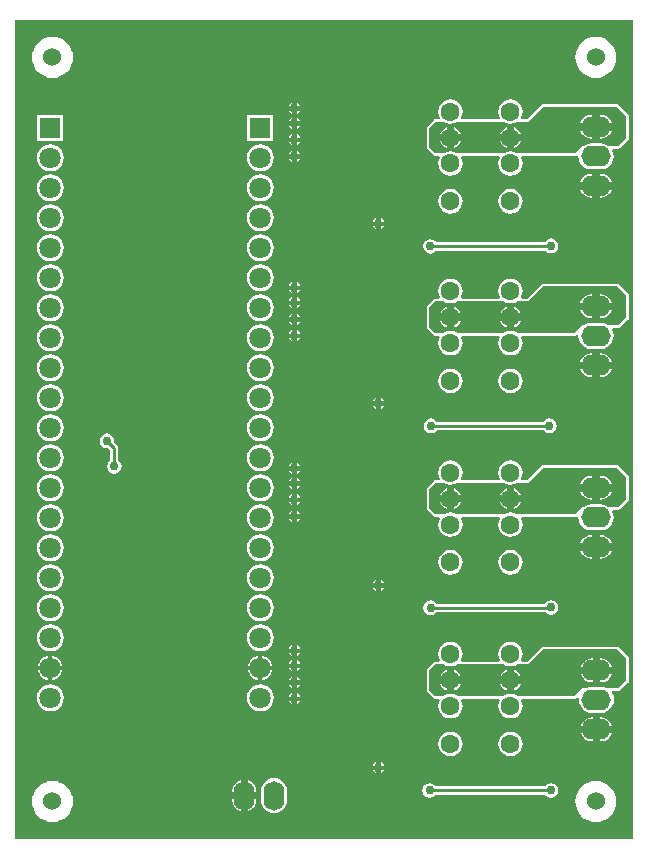
<source format=gbl>
G04*
G04 #@! TF.GenerationSoftware,Altium Limited,Altium Designer,20.2.6 (244)*
G04*
G04 Layer_Physical_Order=2*
G04 Layer_Color=16711680*
%FSLAX25Y25*%
%MOIN*%
G70*
G04*
G04 #@! TF.SameCoordinates,9E550E5B-D3D8-464A-AF3F-8E1B55BAFF32*
G04*
G04*
G04 #@! TF.FilePolarity,Positive*
G04*
G01*
G75*
%ADD13C,0.01000*%
%ADD33C,0.00900*%
%ADD34C,0.06000*%
%ADD35C,0.07087*%
%ADD36R,0.07087X0.07087*%
%ADD37C,0.06299*%
%ADD38O,0.09843X0.06890*%
%ADD39O,0.06890X0.09843*%
%ADD40C,0.03000*%
G36*
X207234Y1427D02*
X1427D01*
Y274163D01*
X207234D01*
Y1427D01*
D02*
G37*
%LPC*%
G36*
X13779Y268651D02*
X12445Y268519D01*
X11162Y268130D01*
X9980Y267498D01*
X8944Y266648D01*
X8093Y265611D01*
X7461Y264429D01*
X7072Y263146D01*
X6941Y261812D01*
X7072Y260478D01*
X7461Y259195D01*
X8093Y258013D01*
X8944Y256977D01*
X9980Y256126D01*
X11162Y255494D01*
X12445Y255105D01*
X13779Y254974D01*
X15113Y255105D01*
X16396Y255494D01*
X17578Y256126D01*
X18615Y256977D01*
X19465Y258013D01*
X20097Y259195D01*
X20486Y260478D01*
X20618Y261812D01*
X20486Y263146D01*
X20097Y264429D01*
X19465Y265611D01*
X18615Y266648D01*
X17578Y267498D01*
X16396Y268130D01*
X15113Y268519D01*
X13779Y268651D01*
D02*
G37*
G36*
X194882Y268650D02*
X193548Y268518D01*
X192265Y268129D01*
X191083Y267497D01*
X190046Y266647D01*
X189196Y265610D01*
X188564Y264428D01*
X188175Y263145D01*
X188043Y261811D01*
X188175Y260477D01*
X188564Y259194D01*
X189196Y258012D01*
X190046Y256976D01*
X191083Y256125D01*
X192265Y255493D01*
X193548Y255104D01*
X194882Y254973D01*
X196216Y255104D01*
X197499Y255493D01*
X198681Y256125D01*
X199717Y256976D01*
X200568Y258012D01*
X201200Y259194D01*
X201589Y260477D01*
X201720Y261811D01*
X201589Y263145D01*
X201200Y264428D01*
X200568Y265610D01*
X199717Y266647D01*
X198681Y267497D01*
X197499Y268129D01*
X196216Y268518D01*
X194882Y268650D01*
D02*
G37*
G36*
X95191Y246732D02*
Y245592D01*
X96331D01*
X96325Y245623D01*
X95883Y246284D01*
X95221Y246726D01*
X95191Y246732D01*
D02*
G37*
G36*
X93691D02*
X93661Y246726D01*
X92999Y246284D01*
X92557Y245623D01*
X92551Y245592D01*
X93691D01*
Y246732D01*
D02*
G37*
G36*
X96331Y244092D02*
X95191D01*
Y242952D01*
X95221Y242959D01*
X95883Y243401D01*
X96325Y244062D01*
X96331Y244092D01*
D02*
G37*
G36*
X93691D02*
X92551D01*
X92557Y244062D01*
X92999Y243401D01*
X93661Y242959D01*
X93691Y242952D01*
Y244092D01*
D02*
G37*
G36*
X166441Y247848D02*
X165384Y247709D01*
X164399Y247301D01*
X163553Y246652D01*
X162904Y245806D01*
X162496Y244821D01*
X162356Y243764D01*
X162496Y242707D01*
X162888Y241760D01*
X162760Y241397D01*
X162692Y241260D01*
X150189D01*
X150122Y241397D01*
X149994Y241760D01*
X150386Y242707D01*
X150525Y243764D01*
X150386Y244821D01*
X149978Y245806D01*
X149329Y246652D01*
X148483Y247301D01*
X147498Y247709D01*
X146441Y247848D01*
X145384Y247709D01*
X144399Y247301D01*
X143553Y246652D01*
X142904Y245806D01*
X142496Y244821D01*
X142356Y243764D01*
X142496Y242707D01*
X142888Y241760D01*
X142760Y241397D01*
X142692Y241260D01*
X141441D01*
X141090Y241190D01*
X140792Y240991D01*
X138792Y238991D01*
X138593Y238694D01*
X138523Y238342D01*
X138523Y231842D01*
X138593Y231491D01*
X138792Y231194D01*
X140792Y229194D01*
X141090Y228995D01*
X141441Y228925D01*
X142686D01*
X142712Y228872D01*
X142879Y228425D01*
X142496Y227498D01*
X142356Y226441D01*
X142496Y225384D01*
X142904Y224399D01*
X143553Y223553D01*
X144399Y222904D01*
X145384Y222496D01*
X146441Y222356D01*
X147498Y222496D01*
X148483Y222904D01*
X149329Y223553D01*
X149978Y224399D01*
X150386Y225384D01*
X150525Y226441D01*
X150386Y227498D01*
X150002Y228425D01*
X150170Y228872D01*
X150196Y228925D01*
X162686D01*
X162712Y228872D01*
X162880Y228425D01*
X162496Y227498D01*
X162356Y226441D01*
X162496Y225384D01*
X162904Y224399D01*
X163553Y223553D01*
X164399Y222904D01*
X165384Y222496D01*
X166441Y222356D01*
X167498Y222496D01*
X168483Y222904D01*
X169329Y223553D01*
X169978Y224399D01*
X170386Y225384D01*
X170526Y226441D01*
X170386Y227498D01*
X170002Y228425D01*
X170170Y228872D01*
X170196Y228925D01*
X187941D01*
X188292Y228995D01*
X188590Y229194D01*
X188660Y229264D01*
X189109Y229043D01*
X189082Y228842D01*
X189232Y227708D01*
X189669Y226651D01*
X190366Y225744D01*
X191273Y225047D01*
X192330Y224609D01*
X193465Y224460D01*
X196417D01*
X197552Y224609D01*
X198609Y225047D01*
X199516Y225744D01*
X200213Y226651D01*
X200650Y227708D01*
X200800Y228842D01*
X200650Y229977D01*
X200258Y230925D01*
X200475Y231425D01*
X202441D01*
X202792Y231495D01*
X203090Y231694D01*
X205590Y234194D01*
X205789Y234491D01*
X205859Y234842D01*
X205859Y242342D01*
X205789Y242694D01*
X205590Y242991D01*
X202590Y245991D01*
X202292Y246190D01*
X201941Y246260D01*
X177441D01*
X177090Y246190D01*
X176792Y245991D01*
X172061Y241260D01*
X170189D01*
X170122Y241397D01*
X169994Y241760D01*
X170386Y242707D01*
X170526Y243764D01*
X170386Y244821D01*
X169978Y245806D01*
X169329Y246652D01*
X168483Y247301D01*
X167498Y247709D01*
X166441Y247848D01*
D02*
G37*
G36*
X95191Y241733D02*
Y240593D01*
X96331D01*
X96325Y240623D01*
X95883Y241284D01*
X95221Y241726D01*
X95191Y241733D01*
D02*
G37*
G36*
X93691D02*
X93661Y241726D01*
X92999Y241284D01*
X92557Y240623D01*
X92551Y240593D01*
X93691D01*
Y241733D01*
D02*
G37*
G36*
X96331Y239092D02*
X95191D01*
Y237952D01*
X95221Y237959D01*
X95883Y238401D01*
X96325Y239062D01*
X96331Y239092D01*
D02*
G37*
G36*
X93691D02*
X92551D01*
X92557Y239062D01*
X92999Y238401D01*
X93661Y237959D01*
X93691Y237952D01*
Y239092D01*
D02*
G37*
G36*
X95191Y236232D02*
Y235092D01*
X96331D01*
X96325Y235123D01*
X95883Y235784D01*
X95221Y236227D01*
X95191Y236232D01*
D02*
G37*
G36*
X93691D02*
X93661Y236227D01*
X92999Y235784D01*
X92557Y235123D01*
X92551Y235092D01*
X93691D01*
Y236232D01*
D02*
G37*
G36*
X87439Y242739D02*
X78553D01*
Y233852D01*
X87439D01*
Y242739D01*
D02*
G37*
G36*
X17439D02*
X8553D01*
Y233852D01*
X17439D01*
Y242739D01*
D02*
G37*
G36*
X96331Y233593D02*
X95191D01*
Y232453D01*
X95221Y232459D01*
X95883Y232901D01*
X96325Y233562D01*
X96331Y233593D01*
D02*
G37*
G36*
X93691D02*
X92551D01*
X92557Y233562D01*
X92999Y232901D01*
X93661Y232459D01*
X93691Y232453D01*
Y233593D01*
D02*
G37*
G36*
X95191Y230732D02*
Y229592D01*
X96331D01*
X96325Y229623D01*
X95883Y230284D01*
X95221Y230727D01*
X95191Y230732D01*
D02*
G37*
G36*
X93691D02*
X93661Y230727D01*
X92999Y230284D01*
X92557Y229623D01*
X92551Y229592D01*
X93691D01*
Y230732D01*
D02*
G37*
G36*
X96331Y228093D02*
X95191D01*
Y226953D01*
X95221Y226959D01*
X95883Y227401D01*
X96325Y228062D01*
X96331Y228093D01*
D02*
G37*
G36*
X93691D02*
X92551D01*
X92557Y228062D01*
X92999Y227401D01*
X93661Y226959D01*
X93691Y226953D01*
Y228093D01*
D02*
G37*
G36*
X82996Y232777D02*
X81836Y232624D01*
X80755Y232176D01*
X79827Y231464D01*
X79115Y230536D01*
X78667Y229455D01*
X78514Y228295D01*
X78667Y227135D01*
X79115Y226055D01*
X79827Y225126D01*
X80755Y224414D01*
X81836Y223966D01*
X82996Y223814D01*
X84156Y223966D01*
X85237Y224414D01*
X86165Y225126D01*
X86877Y226055D01*
X87325Y227135D01*
X87478Y228295D01*
X87325Y229455D01*
X86877Y230536D01*
X86165Y231464D01*
X85237Y232176D01*
X84156Y232624D01*
X82996Y232777D01*
D02*
G37*
G36*
X12996D02*
X11836Y232624D01*
X10755Y232176D01*
X9827Y231464D01*
X9115Y230536D01*
X8667Y229455D01*
X8514Y228295D01*
X8667Y227135D01*
X9115Y226055D01*
X9827Y225126D01*
X10755Y224414D01*
X11836Y223966D01*
X12996Y223814D01*
X14156Y223966D01*
X15237Y224414D01*
X16165Y225126D01*
X16877Y226055D01*
X17325Y227135D01*
X17478Y228295D01*
X17325Y229455D01*
X16877Y230536D01*
X16165Y231464D01*
X15237Y232176D01*
X14156Y232624D01*
X12996Y232777D01*
D02*
G37*
G36*
X196417Y222979D02*
X196191D01*
Y220250D01*
X200169D01*
X199863Y220989D01*
X199231Y221814D01*
X198407Y222446D01*
X197447Y222843D01*
X196417Y222979D01*
D02*
G37*
G36*
X193691D02*
X193465D01*
X192435Y222843D01*
X191475Y222446D01*
X190651Y221814D01*
X190019Y220989D01*
X189712Y220250D01*
X193691D01*
Y222979D01*
D02*
G37*
G36*
X200169Y217750D02*
X196191D01*
Y215021D01*
X196417D01*
X197447Y215157D01*
X198407Y215554D01*
X199231Y216186D01*
X199863Y217010D01*
X200169Y217750D01*
D02*
G37*
G36*
X193691D02*
X189712D01*
X190019Y217010D01*
X190651Y216186D01*
X191475Y215554D01*
X192435Y215157D01*
X193465Y215021D01*
X193691D01*
Y217750D01*
D02*
G37*
G36*
X82996Y222777D02*
X81836Y222624D01*
X80755Y222177D01*
X79827Y221464D01*
X79115Y220536D01*
X78667Y219455D01*
X78514Y218295D01*
X78667Y217135D01*
X79115Y216055D01*
X79827Y215126D01*
X80755Y214414D01*
X81836Y213966D01*
X82996Y213814D01*
X84156Y213966D01*
X85237Y214414D01*
X86165Y215126D01*
X86877Y216055D01*
X87325Y217135D01*
X87478Y218295D01*
X87325Y219455D01*
X86877Y220536D01*
X86165Y221464D01*
X85237Y222177D01*
X84156Y222624D01*
X82996Y222777D01*
D02*
G37*
G36*
X12996D02*
X11836Y222624D01*
X10755Y222177D01*
X9827Y221464D01*
X9115Y220536D01*
X8667Y219455D01*
X8514Y218295D01*
X8667Y217135D01*
X9115Y216055D01*
X9827Y215126D01*
X10755Y214414D01*
X11836Y213966D01*
X12996Y213814D01*
X14156Y213966D01*
X15237Y214414D01*
X16165Y215126D01*
X16877Y216055D01*
X17325Y217135D01*
X17478Y218295D01*
X17325Y219455D01*
X16877Y220536D01*
X16165Y221464D01*
X15237Y222177D01*
X14156Y222624D01*
X12996Y222777D01*
D02*
G37*
G36*
X166441Y217927D02*
X165384Y217788D01*
X164399Y217380D01*
X163553Y216731D01*
X162904Y215885D01*
X162496Y214900D01*
X162356Y213843D01*
X162496Y212785D01*
X162904Y211800D01*
X163553Y210954D01*
X164399Y210305D01*
X165384Y209897D01*
X166441Y209758D01*
X167498Y209897D01*
X168483Y210305D01*
X169329Y210954D01*
X169978Y211800D01*
X170386Y212785D01*
X170526Y213843D01*
X170386Y214900D01*
X169978Y215885D01*
X169329Y216731D01*
X168483Y217380D01*
X167498Y217788D01*
X166441Y217927D01*
D02*
G37*
G36*
X146441D02*
X145384Y217788D01*
X144399Y217380D01*
X143553Y216731D01*
X142904Y215885D01*
X142496Y214900D01*
X142356Y213843D01*
X142496Y212785D01*
X142904Y211800D01*
X143553Y210954D01*
X144399Y210305D01*
X145384Y209897D01*
X146441Y209758D01*
X147498Y209897D01*
X148483Y210305D01*
X149329Y210954D01*
X149978Y211800D01*
X150386Y212785D01*
X150525Y213843D01*
X150386Y214900D01*
X149978Y215885D01*
X149329Y216731D01*
X148483Y217380D01*
X147498Y217788D01*
X146441Y217927D01*
D02*
G37*
G36*
X123191Y208232D02*
Y207092D01*
X124331D01*
X124325Y207123D01*
X123883Y207784D01*
X123221Y208226D01*
X123191Y208232D01*
D02*
G37*
G36*
X121691D02*
X121661Y208226D01*
X120999Y207784D01*
X120557Y207123D01*
X120551Y207092D01*
X121691D01*
Y208232D01*
D02*
G37*
G36*
X124331Y205592D02*
X123191D01*
Y204452D01*
X123221Y204459D01*
X123883Y204901D01*
X124325Y205562D01*
X124331Y205592D01*
D02*
G37*
G36*
X121691D02*
X120551D01*
X120557Y205562D01*
X120999Y204901D01*
X121661Y204459D01*
X121691Y204452D01*
Y205592D01*
D02*
G37*
G36*
X82996Y212777D02*
X81836Y212624D01*
X80755Y212176D01*
X79827Y211464D01*
X79115Y210536D01*
X78667Y209455D01*
X78514Y208295D01*
X78667Y207135D01*
X79115Y206054D01*
X79827Y205126D01*
X80755Y204414D01*
X81836Y203966D01*
X82996Y203814D01*
X84156Y203966D01*
X85237Y204414D01*
X86165Y205126D01*
X86877Y206054D01*
X87325Y207135D01*
X87478Y208295D01*
X87325Y209455D01*
X86877Y210536D01*
X86165Y211464D01*
X85237Y212176D01*
X84156Y212624D01*
X82996Y212777D01*
D02*
G37*
G36*
X12996D02*
X11836Y212624D01*
X10755Y212176D01*
X9827Y211464D01*
X9115Y210536D01*
X8667Y209455D01*
X8514Y208295D01*
X8667Y207135D01*
X9115Y206054D01*
X9827Y205126D01*
X10755Y204414D01*
X11836Y203966D01*
X12996Y203814D01*
X14156Y203966D01*
X15237Y204414D01*
X16165Y205126D01*
X16877Y206054D01*
X17325Y207135D01*
X17478Y208295D01*
X17325Y209455D01*
X16877Y210536D01*
X16165Y211464D01*
X15237Y212176D01*
X14156Y212624D01*
X12996Y212777D01*
D02*
G37*
G36*
X179941Y201447D02*
X179005Y201261D01*
X178211Y200730D01*
X177903Y200270D01*
X141659D01*
X141456Y200573D01*
X140662Y201103D01*
X139726Y201290D01*
X138790Y201103D01*
X137996Y200573D01*
X137465Y199779D01*
X137279Y198843D01*
X137465Y197906D01*
X137996Y197112D01*
X138790Y196582D01*
X139726Y196396D01*
X140662Y196582D01*
X141456Y197112D01*
X141659Y197415D01*
X178113D01*
X178211Y197270D01*
X179005Y196739D01*
X179941Y196553D01*
X180877Y196739D01*
X181671Y197270D01*
X182202Y198064D01*
X182388Y199000D01*
X182202Y199936D01*
X181671Y200730D01*
X180877Y201261D01*
X179941Y201447D01*
D02*
G37*
G36*
X82996Y202777D02*
X81836Y202624D01*
X80755Y202176D01*
X79827Y201464D01*
X79115Y200536D01*
X78667Y199455D01*
X78514Y198295D01*
X78667Y197135D01*
X79115Y196054D01*
X79827Y195126D01*
X80755Y194414D01*
X81836Y193966D01*
X82996Y193814D01*
X84156Y193966D01*
X85237Y194414D01*
X86165Y195126D01*
X86877Y196054D01*
X87325Y197135D01*
X87478Y198295D01*
X87325Y199455D01*
X86877Y200536D01*
X86165Y201464D01*
X85237Y202176D01*
X84156Y202624D01*
X82996Y202777D01*
D02*
G37*
G36*
X12996D02*
X11836Y202624D01*
X10755Y202176D01*
X9827Y201464D01*
X9115Y200536D01*
X8667Y199455D01*
X8514Y198295D01*
X8667Y197135D01*
X9115Y196054D01*
X9827Y195126D01*
X10755Y194414D01*
X11836Y193966D01*
X12996Y193814D01*
X14156Y193966D01*
X15237Y194414D01*
X16165Y195126D01*
X16877Y196054D01*
X17325Y197135D01*
X17478Y198295D01*
X17325Y199455D01*
X16877Y200536D01*
X16165Y201464D01*
X15237Y202176D01*
X14156Y202624D01*
X12996Y202777D01*
D02*
G37*
G36*
X95191Y186890D02*
Y185750D01*
X96331D01*
X96325Y185780D01*
X95883Y186442D01*
X95221Y186884D01*
X95191Y186890D01*
D02*
G37*
G36*
X93691D02*
X93661Y186884D01*
X92999Y186442D01*
X92557Y185780D01*
X92551Y185750D01*
X93691D01*
Y186890D01*
D02*
G37*
G36*
X82996Y192777D02*
X81836Y192624D01*
X80755Y192176D01*
X79827Y191464D01*
X79115Y190536D01*
X78667Y189455D01*
X78514Y188295D01*
X78667Y187135D01*
X79115Y186055D01*
X79827Y185126D01*
X80755Y184414D01*
X81836Y183966D01*
X82996Y183814D01*
X84156Y183966D01*
X85237Y184414D01*
X86165Y185126D01*
X86877Y186055D01*
X87325Y187135D01*
X87478Y188295D01*
X87325Y189455D01*
X86877Y190536D01*
X86165Y191464D01*
X85237Y192176D01*
X84156Y192624D01*
X82996Y192777D01*
D02*
G37*
G36*
X12996D02*
X11836Y192624D01*
X10755Y192176D01*
X9827Y191464D01*
X9115Y190536D01*
X8667Y189455D01*
X8514Y188295D01*
X8667Y187135D01*
X9115Y186055D01*
X9827Y185126D01*
X10755Y184414D01*
X11836Y183966D01*
X12996Y183814D01*
X14156Y183966D01*
X15237Y184414D01*
X16165Y185126D01*
X16877Y186055D01*
X17325Y187135D01*
X17478Y188295D01*
X17325Y189455D01*
X16877Y190536D01*
X16165Y191464D01*
X15237Y192176D01*
X14156Y192624D01*
X12996Y192777D01*
D02*
G37*
G36*
X96331Y184250D02*
X95191D01*
Y183110D01*
X95221Y183116D01*
X95883Y183558D01*
X96325Y184220D01*
X96331Y184250D01*
D02*
G37*
G36*
X93691D02*
X92551D01*
X92557Y184220D01*
X92999Y183558D01*
X93661Y183116D01*
X93691Y183110D01*
Y184250D01*
D02*
G37*
G36*
X166441Y188006D02*
X165384Y187867D01*
X164399Y187459D01*
X163553Y186810D01*
X162904Y185963D01*
X162496Y184978D01*
X162356Y183921D01*
X162496Y182864D01*
X162888Y181918D01*
X162760Y181554D01*
X162692Y181418D01*
X150189D01*
X150122Y181554D01*
X149994Y181918D01*
X150386Y182864D01*
X150525Y183921D01*
X150386Y184978D01*
X149978Y185963D01*
X149329Y186810D01*
X148483Y187459D01*
X147498Y187867D01*
X146441Y188006D01*
X145384Y187867D01*
X144399Y187459D01*
X143553Y186810D01*
X142904Y185963D01*
X142496Y184978D01*
X142356Y183921D01*
X142496Y182864D01*
X142888Y181918D01*
X142760Y181554D01*
X142692Y181418D01*
X141441D01*
X141090Y181348D01*
X140792Y181149D01*
X138792Y179149D01*
X138593Y178851D01*
X138523Y178500D01*
X138523Y172000D01*
X138593Y171649D01*
X138792Y171351D01*
X140792Y169351D01*
X141090Y169152D01*
X141441Y169082D01*
X142686D01*
X142712Y169030D01*
X142879Y168582D01*
X142496Y167656D01*
X142356Y166598D01*
X142496Y165541D01*
X142904Y164556D01*
X143553Y163710D01*
X144399Y163061D01*
X145384Y162653D01*
X146441Y162514D01*
X147498Y162653D01*
X148483Y163061D01*
X149329Y163710D01*
X149978Y164556D01*
X150386Y165541D01*
X150525Y166598D01*
X150386Y167656D01*
X150002Y168582D01*
X150170Y169030D01*
X150196Y169082D01*
X162686D01*
X162712Y169030D01*
X162880Y168582D01*
X162496Y167656D01*
X162356Y166598D01*
X162496Y165541D01*
X162904Y164556D01*
X163553Y163710D01*
X164399Y163061D01*
X165384Y162653D01*
X166441Y162514D01*
X167498Y162653D01*
X168483Y163061D01*
X169329Y163710D01*
X169978Y164556D01*
X170386Y165541D01*
X170526Y166598D01*
X170386Y167656D01*
X170002Y168582D01*
X170170Y169030D01*
X170196Y169082D01*
X187941D01*
X188292Y169152D01*
X188590Y169351D01*
X188660Y169422D01*
X189109Y169200D01*
X189082Y169000D01*
X189232Y167866D01*
X189669Y166809D01*
X190366Y165901D01*
X191273Y165205D01*
X192330Y164767D01*
X193465Y164618D01*
X196417D01*
X197552Y164767D01*
X198609Y165205D01*
X199516Y165901D01*
X200213Y166809D01*
X200650Y167866D01*
X200800Y169000D01*
X200650Y170134D01*
X200258Y171082D01*
X200475Y171582D01*
X202441D01*
X202792Y171652D01*
X203090Y171851D01*
X205590Y174351D01*
X205789Y174649D01*
X205859Y175000D01*
X205859Y182500D01*
X205789Y182851D01*
X205590Y183149D01*
X202590Y186149D01*
X202292Y186348D01*
X201941Y186418D01*
X177441D01*
X177090Y186348D01*
X176792Y186149D01*
X172061Y181418D01*
X170189D01*
X170122Y181554D01*
X169994Y181918D01*
X170386Y182864D01*
X170526Y183921D01*
X170386Y184978D01*
X169978Y185963D01*
X169329Y186810D01*
X168483Y187459D01*
X167498Y187867D01*
X166441Y188006D01*
D02*
G37*
G36*
X95191Y181890D02*
Y180750D01*
X96331D01*
X96325Y180780D01*
X95883Y181442D01*
X95221Y181884D01*
X95191Y181890D01*
D02*
G37*
G36*
X93691D02*
X93661Y181884D01*
X92999Y181442D01*
X92557Y180780D01*
X92551Y180750D01*
X93691D01*
Y181890D01*
D02*
G37*
G36*
X96331Y179250D02*
X95191D01*
Y178110D01*
X95221Y178116D01*
X95883Y178558D01*
X96325Y179220D01*
X96331Y179250D01*
D02*
G37*
G36*
X93691D02*
X92551D01*
X92557Y179220D01*
X92999Y178558D01*
X93661Y178116D01*
X93691Y178110D01*
Y179250D01*
D02*
G37*
G36*
X95191Y176390D02*
Y175250D01*
X96331D01*
X96325Y175280D01*
X95883Y175942D01*
X95221Y176384D01*
X95191Y176390D01*
D02*
G37*
G36*
X93691D02*
X93661Y176384D01*
X92999Y175942D01*
X92557Y175280D01*
X92551Y175250D01*
X93691D01*
Y176390D01*
D02*
G37*
G36*
X82996Y182777D02*
X81836Y182624D01*
X80755Y182176D01*
X79827Y181464D01*
X79115Y180536D01*
X78667Y179455D01*
X78514Y178295D01*
X78667Y177135D01*
X79115Y176055D01*
X79827Y175126D01*
X80755Y174414D01*
X81836Y173966D01*
X82996Y173814D01*
X84156Y173966D01*
X85237Y174414D01*
X86165Y175126D01*
X86877Y176055D01*
X87325Y177135D01*
X87478Y178295D01*
X87325Y179455D01*
X86877Y180536D01*
X86165Y181464D01*
X85237Y182176D01*
X84156Y182624D01*
X82996Y182777D01*
D02*
G37*
G36*
X12996D02*
X11836Y182624D01*
X10755Y182176D01*
X9827Y181464D01*
X9115Y180536D01*
X8667Y179455D01*
X8514Y178295D01*
X8667Y177135D01*
X9115Y176055D01*
X9827Y175126D01*
X10755Y174414D01*
X11836Y173966D01*
X12996Y173814D01*
X14156Y173966D01*
X15237Y174414D01*
X16165Y175126D01*
X16877Y176055D01*
X17325Y177135D01*
X17478Y178295D01*
X17325Y179455D01*
X16877Y180536D01*
X16165Y181464D01*
X15237Y182176D01*
X14156Y182624D01*
X12996Y182777D01*
D02*
G37*
G36*
X96331Y173750D02*
X95191D01*
Y172610D01*
X95221Y172616D01*
X95883Y173058D01*
X96325Y173720D01*
X96331Y173750D01*
D02*
G37*
G36*
X93691D02*
X92551D01*
X92557Y173720D01*
X92999Y173058D01*
X93661Y172616D01*
X93691Y172610D01*
Y173750D01*
D02*
G37*
G36*
X95191Y170890D02*
Y169750D01*
X96331D01*
X96325Y169780D01*
X95883Y170442D01*
X95221Y170884D01*
X95191Y170890D01*
D02*
G37*
G36*
X93691D02*
X93661Y170884D01*
X92999Y170442D01*
X92557Y169780D01*
X92551Y169750D01*
X93691D01*
Y170890D01*
D02*
G37*
G36*
X96331Y168250D02*
X95191D01*
Y167110D01*
X95221Y167116D01*
X95883Y167558D01*
X96325Y168220D01*
X96331Y168250D01*
D02*
G37*
G36*
X93691D02*
X92551D01*
X92557Y168220D01*
X92999Y167558D01*
X93661Y167116D01*
X93691Y167110D01*
Y168250D01*
D02*
G37*
G36*
X82996Y172777D02*
X81836Y172624D01*
X80755Y172177D01*
X79827Y171464D01*
X79115Y170536D01*
X78667Y169455D01*
X78514Y168295D01*
X78667Y167135D01*
X79115Y166054D01*
X79827Y165126D01*
X80755Y164414D01*
X81836Y163966D01*
X82996Y163814D01*
X84156Y163966D01*
X85237Y164414D01*
X86165Y165126D01*
X86877Y166054D01*
X87325Y167135D01*
X87478Y168295D01*
X87325Y169455D01*
X86877Y170536D01*
X86165Y171464D01*
X85237Y172177D01*
X84156Y172624D01*
X82996Y172777D01*
D02*
G37*
G36*
X12996D02*
X11836Y172624D01*
X10755Y172177D01*
X9827Y171464D01*
X9115Y170536D01*
X8667Y169455D01*
X8514Y168295D01*
X8667Y167135D01*
X9115Y166054D01*
X9827Y165126D01*
X10755Y164414D01*
X11836Y163966D01*
X12996Y163814D01*
X14156Y163966D01*
X15237Y164414D01*
X16165Y165126D01*
X16877Y166054D01*
X17325Y167135D01*
X17478Y168295D01*
X17325Y169455D01*
X16877Y170536D01*
X16165Y171464D01*
X15237Y172177D01*
X14156Y172624D01*
X12996Y172777D01*
D02*
G37*
G36*
X196417Y163136D02*
X196191D01*
Y160407D01*
X200169D01*
X199863Y161147D01*
X199231Y161971D01*
X198407Y162603D01*
X197447Y163001D01*
X196417Y163136D01*
D02*
G37*
G36*
X193691D02*
X193465D01*
X192435Y163001D01*
X191475Y162603D01*
X190651Y161971D01*
X190019Y161147D01*
X189712Y160407D01*
X193691D01*
Y163136D01*
D02*
G37*
G36*
X200169Y157907D02*
X196191D01*
Y155179D01*
X196417D01*
X197447Y155314D01*
X198407Y155712D01*
X199231Y156344D01*
X199863Y157168D01*
X200169Y157907D01*
D02*
G37*
G36*
X193691D02*
X189712D01*
X190019Y157168D01*
X190651Y156344D01*
X191475Y155712D01*
X192435Y155314D01*
X193465Y155179D01*
X193691D01*
Y157907D01*
D02*
G37*
G36*
X82996Y162777D02*
X81836Y162624D01*
X80755Y162177D01*
X79827Y161464D01*
X79115Y160536D01*
X78667Y159455D01*
X78514Y158295D01*
X78667Y157135D01*
X79115Y156054D01*
X79827Y155126D01*
X80755Y154414D01*
X81836Y153966D01*
X82996Y153814D01*
X84156Y153966D01*
X85237Y154414D01*
X86165Y155126D01*
X86877Y156054D01*
X87325Y157135D01*
X87478Y158295D01*
X87325Y159455D01*
X86877Y160536D01*
X86165Y161464D01*
X85237Y162177D01*
X84156Y162624D01*
X82996Y162777D01*
D02*
G37*
G36*
X12996D02*
X11836Y162624D01*
X10755Y162177D01*
X9827Y161464D01*
X9115Y160536D01*
X8667Y159455D01*
X8514Y158295D01*
X8667Y157135D01*
X9115Y156054D01*
X9827Y155126D01*
X10755Y154414D01*
X11836Y153966D01*
X12996Y153814D01*
X14156Y153966D01*
X15237Y154414D01*
X16165Y155126D01*
X16877Y156054D01*
X17325Y157135D01*
X17478Y158295D01*
X17325Y159455D01*
X16877Y160536D01*
X16165Y161464D01*
X15237Y162177D01*
X14156Y162624D01*
X12996Y162777D01*
D02*
G37*
G36*
X166441Y158084D02*
X165384Y157945D01*
X164399Y157537D01*
X163553Y156888D01*
X162904Y156042D01*
X162496Y155057D01*
X162356Y154000D01*
X162496Y152943D01*
X162904Y151958D01*
X163553Y151112D01*
X164399Y150463D01*
X165384Y150055D01*
X166441Y149916D01*
X167498Y150055D01*
X168483Y150463D01*
X169329Y151112D01*
X169978Y151958D01*
X170386Y152943D01*
X170526Y154000D01*
X170386Y155057D01*
X169978Y156042D01*
X169329Y156888D01*
X168483Y157537D01*
X167498Y157945D01*
X166441Y158084D01*
D02*
G37*
G36*
X146441D02*
X145384Y157945D01*
X144399Y157537D01*
X143553Y156888D01*
X142904Y156042D01*
X142496Y155057D01*
X142356Y154000D01*
X142496Y152943D01*
X142904Y151958D01*
X143553Y151112D01*
X144399Y150463D01*
X145384Y150055D01*
X146441Y149916D01*
X147498Y150055D01*
X148483Y150463D01*
X149329Y151112D01*
X149978Y151958D01*
X150386Y152943D01*
X150525Y154000D01*
X150386Y155057D01*
X149978Y156042D01*
X149329Y156888D01*
X148483Y157537D01*
X147498Y157945D01*
X146441Y158084D01*
D02*
G37*
G36*
X123191Y148390D02*
Y147250D01*
X124331D01*
X124325Y147280D01*
X123883Y147942D01*
X123221Y148384D01*
X123191Y148390D01*
D02*
G37*
G36*
X121691D02*
X121661Y148384D01*
X120999Y147942D01*
X120557Y147280D01*
X120551Y147250D01*
X121691D01*
Y148390D01*
D02*
G37*
G36*
X124331Y145750D02*
X123191D01*
Y144610D01*
X123221Y144616D01*
X123883Y145058D01*
X124325Y145720D01*
X124331Y145750D01*
D02*
G37*
G36*
X121691D02*
X120551D01*
X120557Y145720D01*
X120999Y145058D01*
X121661Y144616D01*
X121691Y144610D01*
Y145750D01*
D02*
G37*
G36*
X82996Y152777D02*
X81836Y152624D01*
X80755Y152176D01*
X79827Y151464D01*
X79115Y150536D01*
X78667Y149455D01*
X78514Y148295D01*
X78667Y147135D01*
X79115Y146054D01*
X79827Y145126D01*
X80755Y144414D01*
X81836Y143966D01*
X82996Y143814D01*
X84156Y143966D01*
X85237Y144414D01*
X86165Y145126D01*
X86877Y146054D01*
X87325Y147135D01*
X87478Y148295D01*
X87325Y149455D01*
X86877Y150536D01*
X86165Y151464D01*
X85237Y152176D01*
X84156Y152624D01*
X82996Y152777D01*
D02*
G37*
G36*
X12996D02*
X11836Y152624D01*
X10755Y152176D01*
X9827Y151464D01*
X9115Y150536D01*
X8667Y149455D01*
X8514Y148295D01*
X8667Y147135D01*
X9115Y146054D01*
X9827Y145126D01*
X10755Y144414D01*
X11836Y143966D01*
X12996Y143814D01*
X14156Y143966D01*
X15237Y144414D01*
X16165Y145126D01*
X16877Y146054D01*
X17325Y147135D01*
X17478Y148295D01*
X17325Y149455D01*
X16877Y150536D01*
X16165Y151464D01*
X15237Y152176D01*
X14156Y152624D01*
X12996Y152777D01*
D02*
G37*
G36*
X179441Y141447D02*
X178505Y141261D01*
X177711Y140730D01*
X177508Y140427D01*
X141874D01*
X141671Y140730D01*
X140877Y141261D01*
X139941Y141447D01*
X139005Y141261D01*
X138211Y140730D01*
X137680Y139936D01*
X137494Y139000D01*
X137680Y138064D01*
X138211Y137270D01*
X139005Y136739D01*
X139941Y136553D01*
X140877Y136739D01*
X141671Y137270D01*
X141874Y137573D01*
X177508D01*
X177711Y137270D01*
X178505Y136739D01*
X179441Y136553D01*
X180377Y136739D01*
X181171Y137270D01*
X181702Y138064D01*
X181888Y139000D01*
X181702Y139936D01*
X181171Y140730D01*
X180377Y141261D01*
X179441Y141447D01*
D02*
G37*
G36*
X82996Y142777D02*
X81836Y142624D01*
X80755Y142176D01*
X79827Y141464D01*
X79115Y140536D01*
X78667Y139455D01*
X78514Y138295D01*
X78667Y137135D01*
X79115Y136055D01*
X79827Y135126D01*
X80755Y134414D01*
X81836Y133966D01*
X82996Y133814D01*
X84156Y133966D01*
X85237Y134414D01*
X86165Y135126D01*
X86877Y136055D01*
X87325Y137135D01*
X87478Y138295D01*
X87325Y139455D01*
X86877Y140536D01*
X86165Y141464D01*
X85237Y142176D01*
X84156Y142624D01*
X82996Y142777D01*
D02*
G37*
G36*
X12996D02*
X11836Y142624D01*
X10755Y142176D01*
X9827Y141464D01*
X9115Y140536D01*
X8667Y139455D01*
X8514Y138295D01*
X8667Y137135D01*
X9115Y136055D01*
X9827Y135126D01*
X10755Y134414D01*
X11836Y133966D01*
X12996Y133814D01*
X14156Y133966D01*
X15237Y134414D01*
X16165Y135126D01*
X16877Y136055D01*
X17325Y137135D01*
X17478Y138295D01*
X17325Y139455D01*
X16877Y140536D01*
X16165Y141464D01*
X15237Y142176D01*
X14156Y142624D01*
X12996Y142777D01*
D02*
G37*
G36*
X95191Y126733D02*
Y125593D01*
X96331D01*
X96325Y125623D01*
X95883Y126284D01*
X95221Y126726D01*
X95191Y126733D01*
D02*
G37*
G36*
X93691D02*
X93661Y126726D01*
X92999Y126284D01*
X92557Y125623D01*
X92551Y125593D01*
X93691D01*
Y126733D01*
D02*
G37*
G36*
X82996Y132777D02*
X81836Y132624D01*
X80755Y132176D01*
X79827Y131464D01*
X79115Y130536D01*
X78667Y129455D01*
X78514Y128295D01*
X78667Y127135D01*
X79115Y126055D01*
X79827Y125126D01*
X80755Y124414D01*
X81836Y123966D01*
X82996Y123814D01*
X84156Y123966D01*
X85237Y124414D01*
X86165Y125126D01*
X86877Y126055D01*
X87325Y127135D01*
X87478Y128295D01*
X87325Y129455D01*
X86877Y130536D01*
X86165Y131464D01*
X85237Y132176D01*
X84156Y132624D01*
X82996Y132777D01*
D02*
G37*
G36*
X12996D02*
X11836Y132624D01*
X10755Y132176D01*
X9827Y131464D01*
X9115Y130536D01*
X8667Y129455D01*
X8514Y128295D01*
X8667Y127135D01*
X9115Y126055D01*
X9827Y125126D01*
X10755Y124414D01*
X11836Y123966D01*
X12996Y123814D01*
X14156Y123966D01*
X15237Y124414D01*
X16165Y125126D01*
X16877Y126055D01*
X17325Y127135D01*
X17478Y128295D01*
X17325Y129455D01*
X16877Y130536D01*
X16165Y131464D01*
X15237Y132176D01*
X14156Y132624D01*
X12996Y132777D01*
D02*
G37*
G36*
X31941Y136447D02*
X31005Y136261D01*
X30211Y135730D01*
X29680Y134936D01*
X29494Y134000D01*
X29680Y133064D01*
X30211Y132270D01*
X31005Y131739D01*
X31941Y131553D01*
X32358Y131636D01*
X33002Y130992D01*
Y127467D01*
X32648Y127230D01*
X32118Y126436D01*
X31931Y125500D01*
X32118Y124564D01*
X32648Y123770D01*
X33442Y123239D01*
X34378Y123053D01*
X35315Y123239D01*
X36109Y123770D01*
X36639Y124564D01*
X36825Y125500D01*
X36639Y126436D01*
X36109Y127230D01*
X35755Y127467D01*
Y131562D01*
X35755Y131562D01*
X35650Y132089D01*
X35352Y132536D01*
X35352Y132536D01*
X34305Y133583D01*
X34388Y134000D01*
X34202Y134936D01*
X33671Y135730D01*
X32877Y136261D01*
X31941Y136447D01*
D02*
G37*
G36*
X96331Y124092D02*
X95191D01*
Y122952D01*
X95221Y122959D01*
X95883Y123401D01*
X96325Y124062D01*
X96331Y124092D01*
D02*
G37*
G36*
X93691D02*
X92551D01*
X92557Y124062D01*
X92999Y123401D01*
X93661Y122959D01*
X93691Y122952D01*
Y124092D01*
D02*
G37*
G36*
X166441Y127506D02*
X165384Y127367D01*
X164399Y126959D01*
X163553Y126310D01*
X162904Y125463D01*
X162496Y124478D01*
X162356Y123421D01*
X162496Y122364D01*
X162888Y121418D01*
X162760Y121054D01*
X162692Y120918D01*
X150189D01*
X150122Y121054D01*
X149994Y121418D01*
X150386Y122364D01*
X150525Y123421D01*
X150386Y124478D01*
X149978Y125463D01*
X149329Y126310D01*
X148483Y126959D01*
X147498Y127367D01*
X146441Y127506D01*
X145384Y127367D01*
X144399Y126959D01*
X143553Y126310D01*
X142904Y125463D01*
X142496Y124478D01*
X142356Y123421D01*
X142496Y122364D01*
X142888Y121418D01*
X142760Y121054D01*
X142692Y120918D01*
X141441D01*
X141090Y120848D01*
X140792Y120649D01*
X138792Y118649D01*
X138593Y118351D01*
X138523Y118000D01*
X138523Y111500D01*
X138593Y111149D01*
X138792Y110851D01*
X140792Y108851D01*
X141090Y108652D01*
X141441Y108582D01*
X142686D01*
X142712Y108530D01*
X142879Y108082D01*
X142496Y107156D01*
X142356Y106098D01*
X142496Y105041D01*
X142904Y104056D01*
X143553Y103210D01*
X144399Y102561D01*
X145384Y102153D01*
X146441Y102014D01*
X147498Y102153D01*
X148483Y102561D01*
X149329Y103210D01*
X149978Y104056D01*
X150386Y105041D01*
X150525Y106098D01*
X150386Y107156D01*
X150002Y108082D01*
X150170Y108530D01*
X150196Y108582D01*
X162686D01*
X162712Y108530D01*
X162880Y108082D01*
X162496Y107156D01*
X162356Y106098D01*
X162496Y105041D01*
X162904Y104056D01*
X163553Y103210D01*
X164399Y102561D01*
X165384Y102153D01*
X166441Y102014D01*
X167498Y102153D01*
X168483Y102561D01*
X169329Y103210D01*
X169978Y104056D01*
X170386Y105041D01*
X170526Y106098D01*
X170386Y107156D01*
X170002Y108082D01*
X170170Y108530D01*
X170196Y108582D01*
X187941D01*
X188292Y108652D01*
X188590Y108851D01*
X188660Y108922D01*
X189109Y108700D01*
X189082Y108500D01*
X189232Y107366D01*
X189669Y106309D01*
X190366Y105401D01*
X191273Y104705D01*
X192330Y104267D01*
X193465Y104118D01*
X196417D01*
X197552Y104267D01*
X198609Y104705D01*
X199516Y105401D01*
X200213Y106309D01*
X200650Y107366D01*
X200800Y108500D01*
X200650Y109634D01*
X200258Y110582D01*
X200475Y111082D01*
X202441D01*
X202792Y111152D01*
X203090Y111351D01*
X205590Y113851D01*
X205789Y114149D01*
X205859Y114500D01*
X205859Y122000D01*
X205789Y122351D01*
X205590Y122649D01*
X202590Y125649D01*
X202292Y125848D01*
X201941Y125918D01*
X177441D01*
X177090Y125848D01*
X176792Y125649D01*
X172061Y120918D01*
X170189D01*
X170122Y121054D01*
X169994Y121418D01*
X170386Y122364D01*
X170526Y123421D01*
X170386Y124478D01*
X169978Y125463D01*
X169329Y126310D01*
X168483Y126959D01*
X167498Y127367D01*
X166441Y127506D01*
D02*
G37*
G36*
X95191Y121732D02*
Y120592D01*
X96331D01*
X96325Y120623D01*
X95883Y121284D01*
X95221Y121727D01*
X95191Y121732D01*
D02*
G37*
G36*
X93691D02*
X93661Y121727D01*
X92999Y121284D01*
X92557Y120623D01*
X92551Y120592D01*
X93691D01*
Y121732D01*
D02*
G37*
G36*
X96331Y119093D02*
X95191D01*
Y117953D01*
X95221Y117959D01*
X95883Y118401D01*
X96325Y119062D01*
X96331Y119093D01*
D02*
G37*
G36*
X93691D02*
X92551D01*
X92557Y119062D01*
X92999Y118401D01*
X93661Y117959D01*
X93691Y117953D01*
Y119093D01*
D02*
G37*
G36*
X95191Y116233D02*
Y115093D01*
X96331D01*
X96325Y115123D01*
X95883Y115784D01*
X95221Y116226D01*
X95191Y116233D01*
D02*
G37*
G36*
X93691D02*
X93661Y116226D01*
X92999Y115784D01*
X92557Y115123D01*
X92551Y115093D01*
X93691D01*
Y116233D01*
D02*
G37*
G36*
X82996Y122777D02*
X81836Y122624D01*
X80755Y122177D01*
X79827Y121464D01*
X79115Y120536D01*
X78667Y119455D01*
X78514Y118295D01*
X78667Y117135D01*
X79115Y116054D01*
X79827Y115126D01*
X80755Y114414D01*
X81836Y113966D01*
X82996Y113814D01*
X84156Y113966D01*
X85237Y114414D01*
X86165Y115126D01*
X86877Y116054D01*
X87325Y117135D01*
X87478Y118295D01*
X87325Y119455D01*
X86877Y120536D01*
X86165Y121464D01*
X85237Y122177D01*
X84156Y122624D01*
X82996Y122777D01*
D02*
G37*
G36*
X12996D02*
X11836Y122624D01*
X10755Y122177D01*
X9827Y121464D01*
X9115Y120536D01*
X8667Y119455D01*
X8514Y118295D01*
X8667Y117135D01*
X9115Y116054D01*
X9827Y115126D01*
X10755Y114414D01*
X11836Y113966D01*
X12996Y113814D01*
X14156Y113966D01*
X15237Y114414D01*
X16165Y115126D01*
X16877Y116054D01*
X17325Y117135D01*
X17478Y118295D01*
X17325Y119455D01*
X16877Y120536D01*
X16165Y121464D01*
X15237Y122177D01*
X14156Y122624D01*
X12996Y122777D01*
D02*
G37*
G36*
X96331Y113593D02*
X95191D01*
Y112452D01*
X95221Y112459D01*
X95883Y112901D01*
X96325Y113562D01*
X96331Y113593D01*
D02*
G37*
G36*
X93691D02*
X92551D01*
X92557Y113562D01*
X92999Y112901D01*
X93661Y112459D01*
X93691Y112452D01*
Y113593D01*
D02*
G37*
G36*
X95191Y110732D02*
Y109592D01*
X96331D01*
X96325Y109623D01*
X95883Y110284D01*
X95221Y110726D01*
X95191Y110732D01*
D02*
G37*
G36*
X93691D02*
X93661Y110726D01*
X92999Y110284D01*
X92557Y109623D01*
X92551Y109592D01*
X93691D01*
Y110732D01*
D02*
G37*
G36*
X96331Y108092D02*
X95191D01*
Y106953D01*
X95221Y106959D01*
X95883Y107401D01*
X96325Y108062D01*
X96331Y108092D01*
D02*
G37*
G36*
X93691D02*
X92551D01*
X92557Y108062D01*
X92999Y107401D01*
X93661Y106959D01*
X93691Y106953D01*
Y108092D01*
D02*
G37*
G36*
X82996Y112777D02*
X81836Y112624D01*
X80755Y112177D01*
X79827Y111464D01*
X79115Y110536D01*
X78667Y109455D01*
X78514Y108295D01*
X78667Y107135D01*
X79115Y106054D01*
X79827Y105126D01*
X80755Y104414D01*
X81836Y103966D01*
X82996Y103814D01*
X84156Y103966D01*
X85237Y104414D01*
X86165Y105126D01*
X86877Y106054D01*
X87325Y107135D01*
X87478Y108295D01*
X87325Y109455D01*
X86877Y110536D01*
X86165Y111464D01*
X85237Y112177D01*
X84156Y112624D01*
X82996Y112777D01*
D02*
G37*
G36*
X12996D02*
X11836Y112624D01*
X10755Y112177D01*
X9827Y111464D01*
X9115Y110536D01*
X8667Y109455D01*
X8514Y108295D01*
X8667Y107135D01*
X9115Y106054D01*
X9827Y105126D01*
X10755Y104414D01*
X11836Y103966D01*
X12996Y103814D01*
X14156Y103966D01*
X15237Y104414D01*
X16165Y105126D01*
X16877Y106054D01*
X17325Y107135D01*
X17478Y108295D01*
X17325Y109455D01*
X16877Y110536D01*
X16165Y111464D01*
X15237Y112177D01*
X14156Y112624D01*
X12996Y112777D01*
D02*
G37*
G36*
X196417Y102636D02*
X196191D01*
Y99907D01*
X200169D01*
X199863Y100647D01*
X199231Y101471D01*
X198407Y102103D01*
X197447Y102501D01*
X196417Y102636D01*
D02*
G37*
G36*
X193691D02*
X193465D01*
X192435Y102501D01*
X191475Y102103D01*
X190651Y101471D01*
X190019Y100647D01*
X189712Y99907D01*
X193691D01*
Y102636D01*
D02*
G37*
G36*
X200169Y97408D02*
X196191D01*
Y94679D01*
X196417D01*
X197447Y94814D01*
X198407Y95212D01*
X199231Y95844D01*
X199863Y96668D01*
X200169Y97408D01*
D02*
G37*
G36*
X193691D02*
X189712D01*
X190019Y96668D01*
X190651Y95844D01*
X191475Y95212D01*
X192435Y94814D01*
X193465Y94679D01*
X193691D01*
Y97408D01*
D02*
G37*
G36*
X82996Y102777D02*
X81836Y102624D01*
X80755Y102176D01*
X79827Y101464D01*
X79115Y100536D01*
X78667Y99455D01*
X78514Y98295D01*
X78667Y97135D01*
X79115Y96055D01*
X79827Y95126D01*
X80755Y94414D01*
X81836Y93966D01*
X82996Y93814D01*
X84156Y93966D01*
X85237Y94414D01*
X86165Y95126D01*
X86877Y96055D01*
X87325Y97135D01*
X87478Y98295D01*
X87325Y99455D01*
X86877Y100536D01*
X86165Y101464D01*
X85237Y102176D01*
X84156Y102624D01*
X82996Y102777D01*
D02*
G37*
G36*
X12996D02*
X11836Y102624D01*
X10755Y102176D01*
X9827Y101464D01*
X9115Y100536D01*
X8667Y99455D01*
X8514Y98295D01*
X8667Y97135D01*
X9115Y96055D01*
X9827Y95126D01*
X10755Y94414D01*
X11836Y93966D01*
X12996Y93814D01*
X14156Y93966D01*
X15237Y94414D01*
X16165Y95126D01*
X16877Y96055D01*
X17325Y97135D01*
X17478Y98295D01*
X17325Y99455D01*
X16877Y100536D01*
X16165Y101464D01*
X15237Y102176D01*
X14156Y102624D01*
X12996Y102777D01*
D02*
G37*
G36*
X166441Y97584D02*
X165384Y97445D01*
X164399Y97037D01*
X163553Y96388D01*
X162904Y95542D01*
X162496Y94557D01*
X162356Y93500D01*
X162496Y92443D01*
X162904Y91458D01*
X163553Y90612D01*
X164399Y89963D01*
X165384Y89555D01*
X166441Y89416D01*
X167498Y89555D01*
X168483Y89963D01*
X169329Y90612D01*
X169978Y91458D01*
X170386Y92443D01*
X170526Y93500D01*
X170386Y94557D01*
X169978Y95542D01*
X169329Y96388D01*
X168483Y97037D01*
X167498Y97445D01*
X166441Y97584D01*
D02*
G37*
G36*
X146441D02*
X145384Y97445D01*
X144399Y97037D01*
X143553Y96388D01*
X142904Y95542D01*
X142496Y94557D01*
X142356Y93500D01*
X142496Y92443D01*
X142904Y91458D01*
X143553Y90612D01*
X144399Y89963D01*
X145384Y89555D01*
X146441Y89416D01*
X147498Y89555D01*
X148483Y89963D01*
X149329Y90612D01*
X149978Y91458D01*
X150386Y92443D01*
X150525Y93500D01*
X150386Y94557D01*
X149978Y95542D01*
X149329Y96388D01*
X148483Y97037D01*
X147498Y97445D01*
X146441Y97584D01*
D02*
G37*
G36*
X123191Y87732D02*
Y86593D01*
X124331D01*
X124325Y86623D01*
X123883Y87284D01*
X123221Y87726D01*
X123191Y87732D01*
D02*
G37*
G36*
X121691D02*
X121661Y87726D01*
X120999Y87284D01*
X120557Y86623D01*
X120551Y86593D01*
X121691D01*
Y87732D01*
D02*
G37*
G36*
X124331Y85093D02*
X123191D01*
Y83952D01*
X123221Y83959D01*
X123883Y84401D01*
X124325Y85062D01*
X124331Y85093D01*
D02*
G37*
G36*
X121691D02*
X120551D01*
X120557Y85062D01*
X120999Y84401D01*
X121661Y83959D01*
X121691Y83952D01*
Y85093D01*
D02*
G37*
G36*
X82996Y92777D02*
X81836Y92624D01*
X80755Y92177D01*
X79827Y91464D01*
X79115Y90536D01*
X78667Y89455D01*
X78514Y88295D01*
X78667Y87135D01*
X79115Y86054D01*
X79827Y85126D01*
X80755Y84414D01*
X81836Y83966D01*
X82996Y83814D01*
X84156Y83966D01*
X85237Y84414D01*
X86165Y85126D01*
X86877Y86054D01*
X87325Y87135D01*
X87478Y88295D01*
X87325Y89455D01*
X86877Y90536D01*
X86165Y91464D01*
X85237Y92177D01*
X84156Y92624D01*
X82996Y92777D01*
D02*
G37*
G36*
X12996D02*
X11836Y92624D01*
X10755Y92177D01*
X9827Y91464D01*
X9115Y90536D01*
X8667Y89455D01*
X8514Y88295D01*
X8667Y87135D01*
X9115Y86054D01*
X9827Y85126D01*
X10755Y84414D01*
X11836Y83966D01*
X12996Y83814D01*
X14156Y83966D01*
X15237Y84414D01*
X16165Y85126D01*
X16877Y86054D01*
X17325Y87135D01*
X17478Y88295D01*
X17325Y89455D01*
X16877Y90536D01*
X16165Y91464D01*
X15237Y92177D01*
X14156Y92624D01*
X12996Y92777D01*
D02*
G37*
G36*
X179941Y80947D02*
X179005Y80761D01*
X178211Y80230D01*
X177903Y79770D01*
X141720D01*
X141518Y80073D01*
X140724Y80603D01*
X139787Y80790D01*
X138851Y80603D01*
X138057Y80073D01*
X137527Y79279D01*
X137340Y78342D01*
X137527Y77406D01*
X138057Y76612D01*
X138851Y76082D01*
X139787Y75896D01*
X140724Y76082D01*
X141518Y76612D01*
X141720Y76915D01*
X178113D01*
X178211Y76770D01*
X179005Y76239D01*
X179941Y76053D01*
X180877Y76239D01*
X181671Y76770D01*
X182202Y77564D01*
X182388Y78500D01*
X182202Y79436D01*
X181671Y80230D01*
X180877Y80761D01*
X179941Y80947D01*
D02*
G37*
G36*
X82996Y82777D02*
X81836Y82624D01*
X80755Y82177D01*
X79827Y81464D01*
X79115Y80536D01*
X78667Y79455D01*
X78514Y78295D01*
X78667Y77135D01*
X79115Y76055D01*
X79827Y75126D01*
X80755Y74414D01*
X81836Y73966D01*
X82996Y73814D01*
X84156Y73966D01*
X85237Y74414D01*
X86165Y75126D01*
X86877Y76055D01*
X87325Y77135D01*
X87478Y78295D01*
X87325Y79455D01*
X86877Y80536D01*
X86165Y81464D01*
X85237Y82177D01*
X84156Y82624D01*
X82996Y82777D01*
D02*
G37*
G36*
X12996D02*
X11836Y82624D01*
X10755Y82177D01*
X9827Y81464D01*
X9115Y80536D01*
X8667Y79455D01*
X8514Y78295D01*
X8667Y77135D01*
X9115Y76055D01*
X9827Y75126D01*
X10755Y74414D01*
X11836Y73966D01*
X12996Y73814D01*
X14156Y73966D01*
X15237Y74414D01*
X16165Y75126D01*
X16877Y76055D01*
X17325Y77135D01*
X17478Y78295D01*
X17325Y79455D01*
X16877Y80536D01*
X16165Y81464D01*
X15237Y82177D01*
X14156Y82624D01*
X12996Y82777D01*
D02*
G37*
G36*
X95191Y65890D02*
Y64750D01*
X96331D01*
X96325Y64780D01*
X95883Y65442D01*
X95221Y65884D01*
X95191Y65890D01*
D02*
G37*
G36*
X93691D02*
X93661Y65884D01*
X92999Y65442D01*
X92557Y64780D01*
X92551Y64750D01*
X93691D01*
Y65890D01*
D02*
G37*
G36*
X82996Y72777D02*
X81836Y72624D01*
X80755Y72176D01*
X79827Y71464D01*
X79115Y70536D01*
X78667Y69455D01*
X78514Y68295D01*
X78667Y67135D01*
X79115Y66054D01*
X79827Y65126D01*
X80755Y64414D01*
X81836Y63966D01*
X82996Y63814D01*
X84156Y63966D01*
X85237Y64414D01*
X86165Y65126D01*
X86877Y66054D01*
X87325Y67135D01*
X87478Y68295D01*
X87325Y69455D01*
X86877Y70536D01*
X86165Y71464D01*
X85237Y72176D01*
X84156Y72624D01*
X82996Y72777D01*
D02*
G37*
G36*
X12996D02*
X11836Y72624D01*
X10755Y72176D01*
X9827Y71464D01*
X9115Y70536D01*
X8667Y69455D01*
X8514Y68295D01*
X8667Y67135D01*
X9115Y66054D01*
X9827Y65126D01*
X10755Y64414D01*
X11836Y63966D01*
X12996Y63814D01*
X14156Y63966D01*
X15237Y64414D01*
X16165Y65126D01*
X16877Y66054D01*
X17325Y67135D01*
X17478Y68295D01*
X17325Y69455D01*
X16877Y70536D01*
X16165Y71464D01*
X15237Y72176D01*
X14156Y72624D01*
X12996Y72777D01*
D02*
G37*
G36*
X96331Y63250D02*
X95191D01*
Y62110D01*
X95221Y62116D01*
X95883Y62558D01*
X96325Y63220D01*
X96331Y63250D01*
D02*
G37*
G36*
X93691D02*
X92551D01*
X92557Y63220D01*
X92999Y62558D01*
X93661Y62116D01*
X93691Y62110D01*
Y63250D01*
D02*
G37*
G36*
X166441Y67006D02*
X165384Y66867D01*
X164399Y66459D01*
X163553Y65810D01*
X162904Y64964D01*
X162496Y63978D01*
X162356Y62921D01*
X162496Y61864D01*
X162888Y60918D01*
X162760Y60554D01*
X162692Y60418D01*
X150189D01*
X150122Y60554D01*
X149994Y60918D01*
X150386Y61864D01*
X150525Y62921D01*
X150386Y63978D01*
X149978Y64964D01*
X149329Y65810D01*
X148483Y66459D01*
X147498Y66867D01*
X146441Y67006D01*
X145384Y66867D01*
X144399Y66459D01*
X143553Y65810D01*
X142904Y64964D01*
X142496Y63978D01*
X142356Y62921D01*
X142496Y61864D01*
X142888Y60918D01*
X142760Y60554D01*
X142692Y60418D01*
X141441D01*
X141090Y60348D01*
X140792Y60149D01*
X138792Y58149D01*
X138593Y57851D01*
X138523Y57500D01*
X138523Y51000D01*
X138593Y50649D01*
X138792Y50351D01*
X140792Y48351D01*
X141090Y48152D01*
X141441Y48082D01*
X142686D01*
X142712Y48030D01*
X142879Y47582D01*
X142496Y46656D01*
X142356Y45598D01*
X142496Y44541D01*
X142904Y43556D01*
X143553Y42710D01*
X144399Y42061D01*
X145384Y41653D01*
X146441Y41514D01*
X147498Y41653D01*
X148483Y42061D01*
X149329Y42710D01*
X149978Y43556D01*
X150386Y44541D01*
X150525Y45598D01*
X150386Y46656D01*
X150002Y47582D01*
X150170Y48030D01*
X150196Y48082D01*
X162686D01*
X162712Y48030D01*
X162880Y47582D01*
X162496Y46656D01*
X162356Y45598D01*
X162496Y44541D01*
X162904Y43556D01*
X163553Y42710D01*
X164399Y42061D01*
X165384Y41653D01*
X166441Y41514D01*
X167498Y41653D01*
X168483Y42061D01*
X169329Y42710D01*
X169978Y43556D01*
X170386Y44541D01*
X170526Y45598D01*
X170386Y46656D01*
X170002Y47582D01*
X170170Y48030D01*
X170196Y48082D01*
X187941D01*
X188292Y48152D01*
X188590Y48351D01*
X188831Y48592D01*
X189304Y48359D01*
X189212Y47657D01*
X189361Y46523D01*
X189799Y45466D01*
X190496Y44559D01*
X191403Y43862D01*
X192460Y43424D01*
X193595Y43275D01*
X196547D01*
X197681Y43424D01*
X198738Y43862D01*
X199646Y44559D01*
X200342Y45466D01*
X200780Y46523D01*
X200930Y47657D01*
X200780Y48792D01*
X200342Y49849D01*
X200124Y50134D01*
X200345Y50582D01*
X202441D01*
X202792Y50652D01*
X203090Y50851D01*
X205590Y53351D01*
X205789Y53649D01*
X205859Y54000D01*
X205859Y61500D01*
X205789Y61851D01*
X205590Y62149D01*
X202590Y65149D01*
X202292Y65348D01*
X201941Y65418D01*
X177441D01*
X177090Y65348D01*
X176792Y65149D01*
X172061Y60418D01*
X170189D01*
X170122Y60554D01*
X169994Y60918D01*
X170386Y61864D01*
X170526Y62921D01*
X170386Y63978D01*
X169978Y64964D01*
X169329Y65810D01*
X168483Y66459D01*
X167498Y66867D01*
X166441Y67006D01*
D02*
G37*
G36*
X95191Y60890D02*
Y59750D01*
X96331D01*
X96325Y59780D01*
X95883Y60442D01*
X95221Y60884D01*
X95191Y60890D01*
D02*
G37*
G36*
X93691D02*
X93661Y60884D01*
X92999Y60442D01*
X92557Y59780D01*
X92551Y59750D01*
X93691D01*
Y60890D01*
D02*
G37*
G36*
X13746Y62275D02*
Y59045D01*
X16975D01*
X16935Y59351D01*
X16528Y60334D01*
X15880Y61179D01*
X15035Y61827D01*
X14052Y62234D01*
X13746Y62275D01*
D02*
G37*
G36*
X83746D02*
Y59045D01*
X86976D01*
X86935Y59351D01*
X86528Y60334D01*
X85880Y61179D01*
X85035Y61827D01*
X84052Y62234D01*
X83746Y62275D01*
D02*
G37*
G36*
X12246D02*
X11941Y62234D01*
X10957Y61827D01*
X10112Y61179D01*
X9464Y60334D01*
X9057Y59351D01*
X9017Y59045D01*
X12246D01*
Y62275D01*
D02*
G37*
G36*
X82246D02*
X81941Y62234D01*
X80957Y61827D01*
X80112Y61179D01*
X79464Y60334D01*
X79057Y59351D01*
X79017Y59045D01*
X82246D01*
Y62275D01*
D02*
G37*
G36*
X96331Y58250D02*
X95191D01*
Y57110D01*
X95221Y57116D01*
X95883Y57558D01*
X96325Y58220D01*
X96331Y58250D01*
D02*
G37*
G36*
X93691D02*
X92551D01*
X92557Y58220D01*
X92999Y57558D01*
X93661Y57116D01*
X93691Y57110D01*
Y58250D01*
D02*
G37*
G36*
X86976Y57545D02*
X83746D01*
Y54316D01*
X84052Y54356D01*
X85035Y54764D01*
X85880Y55412D01*
X86528Y56256D01*
X86935Y57240D01*
X86976Y57545D01*
D02*
G37*
G36*
X16975D02*
X13746D01*
Y54316D01*
X14052Y54356D01*
X15035Y54764D01*
X15880Y55412D01*
X16528Y56256D01*
X16935Y57240D01*
X16975Y57545D01*
D02*
G37*
G36*
X82246D02*
X79017D01*
X79057Y57240D01*
X79464Y56256D01*
X80112Y55412D01*
X80957Y54764D01*
X81941Y54356D01*
X82246Y54316D01*
Y57545D01*
D02*
G37*
G36*
X12246D02*
X9017D01*
X9057Y57240D01*
X9464Y56256D01*
X10112Y55412D01*
X10957Y54764D01*
X11941Y54356D01*
X12246Y54316D01*
Y57545D01*
D02*
G37*
G36*
X95191Y55390D02*
Y54250D01*
X96331D01*
X96325Y54280D01*
X95883Y54942D01*
X95221Y55384D01*
X95191Y55390D01*
D02*
G37*
G36*
X93691D02*
X93661Y55384D01*
X92999Y54942D01*
X92557Y54280D01*
X92551Y54250D01*
X93691D01*
Y55390D01*
D02*
G37*
G36*
X96331Y52750D02*
X95191D01*
Y51610D01*
X95221Y51616D01*
X95883Y52058D01*
X96325Y52720D01*
X96331Y52750D01*
D02*
G37*
G36*
X93691D02*
X92551D01*
X92557Y52720D01*
X92999Y52058D01*
X93661Y51616D01*
X93691Y51610D01*
Y52750D01*
D02*
G37*
G36*
X95191Y49890D02*
Y48750D01*
X96331D01*
X96325Y48780D01*
X95883Y49442D01*
X95221Y49884D01*
X95191Y49890D01*
D02*
G37*
G36*
X93691D02*
X93661Y49884D01*
X92999Y49442D01*
X92557Y48780D01*
X92551Y48750D01*
X93691D01*
Y49890D01*
D02*
G37*
G36*
X96331Y47250D02*
X95191D01*
Y46110D01*
X95221Y46116D01*
X95883Y46558D01*
X96325Y47220D01*
X96331Y47250D01*
D02*
G37*
G36*
X93691D02*
X92551D01*
X92557Y47220D01*
X92999Y46558D01*
X93661Y46116D01*
X93691Y46110D01*
Y47250D01*
D02*
G37*
G36*
X82996Y52777D02*
X81836Y52624D01*
X80755Y52176D01*
X79827Y51464D01*
X79115Y50536D01*
X78667Y49455D01*
X78514Y48295D01*
X78667Y47135D01*
X79115Y46055D01*
X79827Y45126D01*
X80755Y44414D01*
X81836Y43966D01*
X82996Y43814D01*
X84156Y43966D01*
X85237Y44414D01*
X86165Y45126D01*
X86877Y46055D01*
X87325Y47135D01*
X87478Y48295D01*
X87325Y49455D01*
X86877Y50536D01*
X86165Y51464D01*
X85237Y52176D01*
X84156Y52624D01*
X82996Y52777D01*
D02*
G37*
G36*
X12996D02*
X11836Y52624D01*
X10755Y52176D01*
X9827Y51464D01*
X9115Y50536D01*
X8667Y49455D01*
X8514Y48295D01*
X8667Y47135D01*
X9115Y46055D01*
X9827Y45126D01*
X10755Y44414D01*
X11836Y43966D01*
X12996Y43814D01*
X14156Y43966D01*
X15237Y44414D01*
X16165Y45126D01*
X16877Y46055D01*
X17325Y47135D01*
X17478Y48295D01*
X17325Y49455D01*
X16877Y50536D01*
X16165Y51464D01*
X15237Y52176D01*
X14156Y52624D01*
X12996Y52777D01*
D02*
G37*
G36*
X196547Y41794D02*
X196321D01*
Y39065D01*
X200299D01*
X199993Y39804D01*
X199361Y40628D01*
X198537Y41261D01*
X197577Y41658D01*
X196547Y41794D01*
D02*
G37*
G36*
X193821D02*
X193595D01*
X192565Y41658D01*
X191605Y41261D01*
X190781Y40628D01*
X190149Y39804D01*
X189842Y39065D01*
X193821D01*
Y41794D01*
D02*
G37*
G36*
X200299Y36565D02*
X196321D01*
Y33836D01*
X196547D01*
X197577Y33972D01*
X198537Y34369D01*
X199361Y35001D01*
X199993Y35825D01*
X200299Y36565D01*
D02*
G37*
G36*
X193821D02*
X189842D01*
X190149Y35825D01*
X190781Y35001D01*
X191605Y34369D01*
X192565Y33972D01*
X193595Y33836D01*
X193821D01*
Y36565D01*
D02*
G37*
G36*
X166441Y37084D02*
X165384Y36945D01*
X164399Y36537D01*
X163553Y35888D01*
X162904Y35042D01*
X162496Y34057D01*
X162356Y33000D01*
X162496Y31943D01*
X162904Y30958D01*
X163553Y30112D01*
X164399Y29463D01*
X165384Y29055D01*
X166441Y28916D01*
X167498Y29055D01*
X168483Y29463D01*
X169329Y30112D01*
X169978Y30958D01*
X170386Y31943D01*
X170526Y33000D01*
X170386Y34057D01*
X169978Y35042D01*
X169329Y35888D01*
X168483Y36537D01*
X167498Y36945D01*
X166441Y37084D01*
D02*
G37*
G36*
X146441D02*
X145384Y36945D01*
X144399Y36537D01*
X143553Y35888D01*
X142904Y35042D01*
X142496Y34057D01*
X142356Y33000D01*
X142496Y31943D01*
X142904Y30958D01*
X143553Y30112D01*
X144399Y29463D01*
X145384Y29055D01*
X146441Y28916D01*
X147498Y29055D01*
X148483Y29463D01*
X149329Y30112D01*
X149978Y30958D01*
X150386Y31943D01*
X150525Y33000D01*
X150386Y34057D01*
X149978Y35042D01*
X149329Y35888D01*
X148483Y36537D01*
X147498Y36945D01*
X146441Y37084D01*
D02*
G37*
G36*
X123191Y26890D02*
Y25750D01*
X124331D01*
X124325Y25780D01*
X123883Y26442D01*
X123221Y26884D01*
X123191Y26890D01*
D02*
G37*
G36*
X121691D02*
X121661Y26884D01*
X120999Y26442D01*
X120557Y25780D01*
X120551Y25750D01*
X121691D01*
Y26890D01*
D02*
G37*
G36*
X124331Y24250D02*
X123191D01*
Y23110D01*
X123221Y23116D01*
X123883Y23558D01*
X124325Y24220D01*
X124331Y24250D01*
D02*
G37*
G36*
X121691D02*
X120551D01*
X120557Y24220D01*
X120999Y23558D01*
X121661Y23116D01*
X121691Y23110D01*
Y24250D01*
D02*
G37*
G36*
X179941Y19947D02*
X179005Y19761D01*
X178211Y19230D01*
X178008Y18927D01*
X141391D01*
X141189Y19230D01*
X140395Y19761D01*
X139459Y19947D01*
X138522Y19761D01*
X137728Y19230D01*
X137198Y18436D01*
X137012Y17500D01*
X137198Y16564D01*
X137728Y15770D01*
X138522Y15239D01*
X139459Y15053D01*
X140395Y15239D01*
X141189Y15770D01*
X141391Y16073D01*
X178008D01*
X178211Y15770D01*
X179005Y15239D01*
X179941Y15053D01*
X180877Y15239D01*
X181671Y15770D01*
X182202Y16564D01*
X182388Y17500D01*
X182202Y18436D01*
X181671Y19230D01*
X180877Y19761D01*
X179941Y19947D01*
D02*
G37*
G36*
X79006Y20977D02*
Y16998D01*
X81735D01*
Y17224D01*
X81599Y18254D01*
X81202Y19214D01*
X80569Y20038D01*
X79745Y20670D01*
X79006Y20977D01*
D02*
G37*
G36*
X76506Y20977D02*
X75766Y20670D01*
X74942Y20038D01*
X74310Y19214D01*
X73913Y18254D01*
X73777Y17224D01*
Y16998D01*
X76506D01*
Y20977D01*
D02*
G37*
G36*
Y14498D02*
X73777D01*
Y14272D01*
X73913Y13242D01*
X74310Y12282D01*
X74942Y11458D01*
X75766Y10826D01*
X76506Y10520D01*
Y14498D01*
D02*
G37*
G36*
X81735D02*
X79006D01*
Y10520D01*
X79745Y10826D01*
X80569Y11458D01*
X81202Y12282D01*
X81599Y13242D01*
X81735Y14272D01*
Y14498D01*
D02*
G37*
G36*
X87598Y21607D02*
X86464Y21457D01*
X85407Y21020D01*
X84500Y20323D01*
X83803Y19416D01*
X83365Y18359D01*
X83216Y17224D01*
Y14272D01*
X83365Y13137D01*
X83803Y12081D01*
X84500Y11173D01*
X85407Y10476D01*
X86464Y10039D01*
X87598Y9889D01*
X88733Y10039D01*
X89790Y10476D01*
X90697Y11173D01*
X91394Y12081D01*
X91831Y13137D01*
X91981Y14272D01*
Y17224D01*
X91831Y18359D01*
X91394Y19416D01*
X90697Y20323D01*
X89790Y21020D01*
X88733Y21457D01*
X87598Y21607D01*
D02*
G37*
G36*
X194882Y20618D02*
X193548Y20487D01*
X192265Y20097D01*
X191083Y19466D01*
X190046Y18615D01*
X189196Y17579D01*
X188564Y16397D01*
X188175Y15114D01*
X188043Y13780D01*
X188175Y12445D01*
X188564Y11163D01*
X189196Y9980D01*
X190046Y8944D01*
X191083Y8094D01*
X192265Y7462D01*
X193548Y7073D01*
X194882Y6941D01*
X196216Y7073D01*
X197499Y7462D01*
X198681Y8094D01*
X199717Y8944D01*
X200568Y9980D01*
X201200Y11163D01*
X201589Y12445D01*
X201720Y13780D01*
X201589Y15114D01*
X201200Y16397D01*
X200568Y17579D01*
X199717Y18615D01*
X198681Y19466D01*
X197499Y20097D01*
X196216Y20487D01*
X194882Y20618D01*
D02*
G37*
G36*
X13779Y20618D02*
X12444Y20486D01*
X11162Y20097D01*
X9979Y19465D01*
X8943Y18615D01*
X8093Y17578D01*
X7461Y16396D01*
X7072Y15113D01*
X6940Y13779D01*
X7072Y12445D01*
X7461Y11162D01*
X8093Y9980D01*
X8943Y8944D01*
X9979Y8093D01*
X11162Y7461D01*
X12444Y7072D01*
X13779Y6941D01*
X15113Y7072D01*
X16396Y7461D01*
X17578Y8093D01*
X18614Y8944D01*
X19465Y9980D01*
X20096Y11162D01*
X20485Y12445D01*
X20617Y13779D01*
X20485Y15113D01*
X20096Y16396D01*
X19465Y17578D01*
X18614Y18615D01*
X17578Y19465D01*
X16396Y20097D01*
X15113Y20486D01*
X13779Y20618D01*
D02*
G37*
%LPD*%
G36*
X204941Y242342D02*
X204941Y234842D01*
X202441Y232343D01*
X198993D01*
X198609Y232638D01*
X197552Y233076D01*
X196417Y233225D01*
X193465D01*
X192330Y233076D01*
X191273Y232638D01*
X190889Y232343D01*
X190441D01*
X187941Y229842D01*
X168660D01*
X168483Y229978D01*
X167498Y230386D01*
X166441Y230525D01*
X165384Y230386D01*
X164399Y229978D01*
X164222Y229842D01*
X148660D01*
X148483Y229978D01*
X147498Y230386D01*
X146441Y230525D01*
X145384Y230386D01*
X144399Y229978D01*
X144222Y229842D01*
X141441D01*
X139441Y231842D01*
X139441Y238342D01*
X141441Y240342D01*
X144247D01*
X144399Y240227D01*
X145384Y239818D01*
X146441Y239679D01*
X147498Y239818D01*
X148483Y240227D01*
X148635Y240342D01*
X164247D01*
X164399Y240227D01*
X165384Y239818D01*
X166441Y239679D01*
X167498Y239818D01*
X168483Y240227D01*
X168634Y240342D01*
X172441D01*
X177441Y245342D01*
X201941D01*
X204941Y242342D01*
D02*
G37*
%LPC*%
G36*
X196417Y242664D02*
X196191D01*
Y239935D01*
X200169D01*
X199863Y240674D01*
X199231Y241499D01*
X198407Y242131D01*
X197447Y242528D01*
X196417Y242664D01*
D02*
G37*
G36*
X193691D02*
X193465D01*
X192435Y242528D01*
X191475Y242131D01*
X190651Y241499D01*
X190019Y240674D01*
X189712Y239935D01*
X193691D01*
Y242664D01*
D02*
G37*
G36*
X167691Y238535D02*
Y236352D01*
X169873D01*
X169629Y236943D01*
X169044Y237705D01*
X168281Y238290D01*
X167691Y238535D01*
D02*
G37*
G36*
X147691D02*
Y236352D01*
X149873D01*
X149629Y236943D01*
X149044Y237705D01*
X148282Y238290D01*
X147691Y238535D01*
D02*
G37*
G36*
X165191Y238535D02*
X164600Y238290D01*
X163838Y237705D01*
X163253Y236943D01*
X163008Y236352D01*
X165191D01*
Y238535D01*
D02*
G37*
G36*
X145191D02*
X144600Y238290D01*
X143838Y237705D01*
X143253Y236943D01*
X143008Y236352D01*
X145191D01*
Y238535D01*
D02*
G37*
G36*
X200169Y237435D02*
X196191D01*
Y234706D01*
X196417D01*
X197447Y234842D01*
X198407Y235239D01*
X199231Y235872D01*
X199863Y236696D01*
X200169Y237435D01*
D02*
G37*
G36*
X193691D02*
X189712D01*
X190019Y236696D01*
X190651Y235872D01*
X191475Y235239D01*
X192435Y234842D01*
X193465Y234706D01*
X193691D01*
Y237435D01*
D02*
G37*
G36*
X165191Y233852D02*
X163008D01*
X163253Y233262D01*
X163838Y232499D01*
X164600Y231914D01*
X165191Y231670D01*
Y233852D01*
D02*
G37*
G36*
X145191D02*
X143008D01*
X143253Y233262D01*
X143838Y232499D01*
X144600Y231914D01*
X145191Y231670D01*
Y233852D01*
D02*
G37*
G36*
X169873D02*
X167691D01*
Y231670D01*
X168281Y231914D01*
X169044Y232499D01*
X169629Y233262D01*
X169873Y233852D01*
D02*
G37*
G36*
X149873D02*
X147691D01*
Y231670D01*
X148282Y231914D01*
X149044Y232499D01*
X149629Y233262D01*
X149873Y233852D01*
D02*
G37*
%LPD*%
G36*
X204941Y182500D02*
X204941Y175000D01*
X202441Y172500D01*
X198993D01*
X198609Y172795D01*
X197552Y173233D01*
X196417Y173382D01*
X193465D01*
X192330Y173233D01*
X191273Y172795D01*
X190889Y172500D01*
X190441D01*
X187941Y170000D01*
X168660D01*
X168483Y170136D01*
X167498Y170544D01*
X166441Y170683D01*
X165384Y170544D01*
X164399Y170136D01*
X164222Y170000D01*
X148660D01*
X148483Y170136D01*
X147498Y170544D01*
X146441Y170683D01*
X145384Y170544D01*
X144399Y170136D01*
X144222Y170000D01*
X141441D01*
X139441Y172000D01*
X139441Y178500D01*
X141441Y180500D01*
X144247D01*
X144399Y180384D01*
X145384Y179976D01*
X146441Y179837D01*
X147498Y179976D01*
X148483Y180384D01*
X148635Y180500D01*
X164247D01*
X164399Y180384D01*
X165384Y179976D01*
X166441Y179837D01*
X167498Y179976D01*
X168483Y180384D01*
X168634Y180500D01*
X172441D01*
X177441Y185500D01*
X201941D01*
X204941Y182500D01*
D02*
G37*
%LPC*%
G36*
X196417Y182821D02*
X196191D01*
Y180093D01*
X200169D01*
X199863Y180832D01*
X199231Y181656D01*
X198407Y182288D01*
X197447Y182686D01*
X196417Y182821D01*
D02*
G37*
G36*
X193691D02*
X193465D01*
X192435Y182686D01*
X191475Y182288D01*
X190651Y181656D01*
X190019Y180832D01*
X189712Y180093D01*
X193691D01*
Y182821D01*
D02*
G37*
G36*
X167691Y178692D02*
Y176510D01*
X169873D01*
X169629Y177100D01*
X169044Y177863D01*
X168281Y178448D01*
X167691Y178692D01*
D02*
G37*
G36*
X147691D02*
Y176510D01*
X149873D01*
X149629Y177100D01*
X149044Y177863D01*
X148282Y178448D01*
X147691Y178692D01*
D02*
G37*
G36*
X165191D02*
X164600Y178448D01*
X163838Y177863D01*
X163253Y177100D01*
X163008Y176510D01*
X165191D01*
Y178692D01*
D02*
G37*
G36*
X145191D02*
X144600Y178448D01*
X143838Y177863D01*
X143253Y177100D01*
X143008Y176510D01*
X145191D01*
Y178692D01*
D02*
G37*
G36*
X200169Y177593D02*
X196191D01*
Y174864D01*
X196417D01*
X197447Y174999D01*
X198407Y175397D01*
X199231Y176029D01*
X199863Y176853D01*
X200169Y177593D01*
D02*
G37*
G36*
X193691D02*
X189712D01*
X190019Y176853D01*
X190651Y176029D01*
X191475Y175397D01*
X192435Y174999D01*
X193465Y174864D01*
X193691D01*
Y177593D01*
D02*
G37*
G36*
X165191Y174010D02*
X163008D01*
X163253Y173419D01*
X163838Y172657D01*
X164600Y172072D01*
X165191Y171827D01*
Y174010D01*
D02*
G37*
G36*
X145191D02*
X143008D01*
X143253Y173419D01*
X143838Y172657D01*
X144600Y172072D01*
X145191Y171827D01*
Y174010D01*
D02*
G37*
G36*
X169873D02*
X167691D01*
Y171827D01*
X168281Y172072D01*
X169044Y172657D01*
X169629Y173419D01*
X169873Y174010D01*
D02*
G37*
G36*
X149873D02*
X147691D01*
Y171827D01*
X148282Y172072D01*
X149044Y172657D01*
X149629Y173419D01*
X149873Y174010D01*
D02*
G37*
%LPD*%
G36*
X204941Y122000D02*
X204941Y114500D01*
X202441Y112000D01*
X198993D01*
X198609Y112295D01*
X197552Y112733D01*
X196417Y112882D01*
X193465D01*
X192330Y112733D01*
X191273Y112295D01*
X190889Y112000D01*
X190441D01*
X187941Y109500D01*
X168660D01*
X168483Y109636D01*
X167498Y110044D01*
X166441Y110183D01*
X165384Y110044D01*
X164399Y109636D01*
X164222Y109500D01*
X148660D01*
X148483Y109636D01*
X147498Y110044D01*
X146441Y110183D01*
X145384Y110044D01*
X144399Y109636D01*
X144222Y109500D01*
X141441D01*
X139441Y111500D01*
X139441Y118000D01*
X141441Y120000D01*
X144247D01*
X144399Y119884D01*
X145384Y119476D01*
X146441Y119337D01*
X147498Y119476D01*
X148483Y119884D01*
X148635Y120000D01*
X164247D01*
X164399Y119884D01*
X165384Y119476D01*
X166441Y119337D01*
X167498Y119476D01*
X168483Y119884D01*
X168634Y120000D01*
X172441D01*
X177441Y125000D01*
X201941D01*
X204941Y122000D01*
D02*
G37*
%LPC*%
G36*
X196417Y122321D02*
X196191D01*
Y119592D01*
X200169D01*
X199863Y120332D01*
X199231Y121156D01*
X198407Y121788D01*
X197447Y122186D01*
X196417Y122321D01*
D02*
G37*
G36*
X193691D02*
X193465D01*
X192435Y122186D01*
X191475Y121788D01*
X190651Y121156D01*
X190019Y120332D01*
X189712Y119592D01*
X193691D01*
Y122321D01*
D02*
G37*
G36*
X167691Y118192D02*
Y116010D01*
X169873D01*
X169629Y116600D01*
X169044Y117363D01*
X168281Y117948D01*
X167691Y118192D01*
D02*
G37*
G36*
X147691D02*
Y116010D01*
X149873D01*
X149629Y116600D01*
X149044Y117363D01*
X148282Y117948D01*
X147691Y118192D01*
D02*
G37*
G36*
X165191D02*
X164600Y117948D01*
X163838Y117363D01*
X163253Y116600D01*
X163008Y116010D01*
X165191D01*
Y118192D01*
D02*
G37*
G36*
X145191D02*
X144600Y117948D01*
X143838Y117363D01*
X143253Y116600D01*
X143008Y116010D01*
X145191D01*
Y118192D01*
D02*
G37*
G36*
X200169Y117093D02*
X196191D01*
Y114364D01*
X196417D01*
X197447Y114499D01*
X198407Y114897D01*
X199231Y115529D01*
X199863Y116353D01*
X200169Y117093D01*
D02*
G37*
G36*
X193691D02*
X189712D01*
X190019Y116353D01*
X190651Y115529D01*
X191475Y114897D01*
X192435Y114499D01*
X193465Y114364D01*
X193691D01*
Y117093D01*
D02*
G37*
G36*
X165191Y113510D02*
X163008D01*
X163253Y112919D01*
X163838Y112157D01*
X164600Y111572D01*
X165191Y111327D01*
Y113510D01*
D02*
G37*
G36*
X145191D02*
X143008D01*
X143253Y112919D01*
X143838Y112157D01*
X144600Y111572D01*
X145191Y111327D01*
Y113510D01*
D02*
G37*
G36*
X169873D02*
X167691D01*
Y111327D01*
X168281Y111572D01*
X169044Y112157D01*
X169629Y112919D01*
X169873Y113510D01*
D02*
G37*
G36*
X149873D02*
X147691D01*
Y111327D01*
X148282Y111572D01*
X149044Y112157D01*
X149629Y112919D01*
X149873Y113510D01*
D02*
G37*
%LPD*%
G36*
X204941Y61500D02*
X204941Y54000D01*
X202441Y51500D01*
X198624D01*
X197681Y51890D01*
X196547Y52040D01*
X193595D01*
X192460Y51890D01*
X191517Y51500D01*
X190441D01*
X187941Y49000D01*
X168660D01*
X168483Y49136D01*
X167498Y49544D01*
X166441Y49683D01*
X165384Y49544D01*
X164399Y49136D01*
X164222Y49000D01*
X148660D01*
X148483Y49136D01*
X147498Y49544D01*
X146441Y49683D01*
X145384Y49544D01*
X144399Y49136D01*
X144222Y49000D01*
X141441D01*
X139441Y51000D01*
X139441Y57500D01*
X141441Y59500D01*
X144247D01*
X144399Y59384D01*
X145384Y58976D01*
X146441Y58837D01*
X147498Y58976D01*
X148483Y59384D01*
X148635Y59500D01*
X164247D01*
X164399Y59384D01*
X165384Y58976D01*
X166441Y58837D01*
X167498Y58976D01*
X168483Y59384D01*
X168634Y59500D01*
X172441D01*
X177441Y64500D01*
X201941D01*
X204941Y61500D01*
D02*
G37*
%LPC*%
G36*
X196547Y61479D02*
X196321D01*
Y58750D01*
X200299D01*
X199993Y59490D01*
X199361Y60313D01*
X198537Y60946D01*
X197577Y61343D01*
X196547Y61479D01*
D02*
G37*
G36*
X193821D02*
X193595D01*
X192565Y61343D01*
X191605Y60946D01*
X190781Y60313D01*
X190149Y59490D01*
X189842Y58750D01*
X193821D01*
Y61479D01*
D02*
G37*
G36*
X167691Y57692D02*
Y55510D01*
X169873D01*
X169629Y56100D01*
X169044Y56863D01*
X168281Y57448D01*
X167691Y57692D01*
D02*
G37*
G36*
X147691D02*
Y55510D01*
X149873D01*
X149629Y56100D01*
X149044Y56863D01*
X148282Y57448D01*
X147691Y57692D01*
D02*
G37*
G36*
X165191D02*
X164600Y57448D01*
X163838Y56863D01*
X163253Y56100D01*
X163008Y55510D01*
X165191D01*
Y57692D01*
D02*
G37*
G36*
X145191D02*
X144600Y57448D01*
X143838Y56863D01*
X143253Y56100D01*
X143008Y55510D01*
X145191D01*
Y57692D01*
D02*
G37*
G36*
X200299Y56250D02*
X196321D01*
Y53521D01*
X196547D01*
X197577Y53657D01*
X198537Y54054D01*
X199361Y54686D01*
X199993Y55510D01*
X200299Y56250D01*
D02*
G37*
G36*
X193821D02*
X189842D01*
X190149Y55510D01*
X190781Y54686D01*
X191605Y54054D01*
X192565Y53657D01*
X193595Y53521D01*
X193821D01*
Y56250D01*
D02*
G37*
G36*
X145191Y53010D02*
X143008D01*
X143253Y52419D01*
X143838Y51657D01*
X144600Y51072D01*
X145191Y50827D01*
Y53010D01*
D02*
G37*
G36*
X165191D02*
X163008D01*
X163253Y52419D01*
X163838Y51657D01*
X164600Y51072D01*
X165191Y50827D01*
Y53010D01*
D02*
G37*
G36*
X169873D02*
X167691D01*
Y50827D01*
X168281Y51072D01*
X169044Y51657D01*
X169629Y52419D01*
X169873Y53010D01*
D02*
G37*
G36*
X149873D02*
X147691D01*
Y50827D01*
X148282Y51072D01*
X149044Y51657D01*
X149629Y52419D01*
X149873Y53010D01*
D02*
G37*
%LPD*%
D13*
X139459Y17500D02*
X179941D01*
X139787Y78342D02*
X179783D01*
X179941Y78500D01*
X139941Y139000D02*
X179441D01*
X139726Y198843D02*
X179783D01*
X179941Y199000D01*
D33*
X34378Y125500D02*
Y131562D01*
X31941Y134000D02*
X34378Y131562D01*
D34*
X13779Y261812D02*
D03*
X13779Y13779D02*
D03*
X194882Y261811D02*
D03*
X194882Y13780D02*
D03*
D35*
X82996Y148295D02*
D03*
Y138295D02*
D03*
Y158295D02*
D03*
Y168295D02*
D03*
Y178295D02*
D03*
Y188295D02*
D03*
Y198295D02*
D03*
Y208295D02*
D03*
Y218295D02*
D03*
Y228295D02*
D03*
Y128295D02*
D03*
Y118295D02*
D03*
Y108295D02*
D03*
Y98295D02*
D03*
Y88295D02*
D03*
Y78295D02*
D03*
Y68295D02*
D03*
Y58295D02*
D03*
Y48295D02*
D03*
X12996Y148295D02*
D03*
Y138295D02*
D03*
Y158295D02*
D03*
Y168295D02*
D03*
Y178295D02*
D03*
Y188295D02*
D03*
Y198295D02*
D03*
Y208295D02*
D03*
Y218295D02*
D03*
Y228295D02*
D03*
Y128295D02*
D03*
Y118295D02*
D03*
Y108295D02*
D03*
Y98295D02*
D03*
Y88295D02*
D03*
Y78295D02*
D03*
Y68295D02*
D03*
Y58295D02*
D03*
Y48295D02*
D03*
D36*
X82996Y238295D02*
D03*
X12996D02*
D03*
D37*
X166441Y33000D02*
D03*
Y45598D02*
D03*
X146441D02*
D03*
Y33000D02*
D03*
X166441Y54260D02*
D03*
Y62921D02*
D03*
X146441D02*
D03*
Y54260D02*
D03*
X166441Y93500D02*
D03*
Y106098D02*
D03*
X146441D02*
D03*
Y93500D02*
D03*
X166441Y114760D02*
D03*
Y123421D02*
D03*
X146441D02*
D03*
Y114760D02*
D03*
X166441Y213843D02*
D03*
Y226441D02*
D03*
X146441D02*
D03*
Y213843D02*
D03*
X166441Y235102D02*
D03*
Y243764D02*
D03*
X146441D02*
D03*
Y235102D02*
D03*
X166441Y154000D02*
D03*
Y166598D02*
D03*
X146441D02*
D03*
Y154000D02*
D03*
X166441Y175260D02*
D03*
Y183921D02*
D03*
X146441D02*
D03*
Y175260D02*
D03*
D38*
X195071Y47657D02*
D03*
Y57500D02*
D03*
Y37815D02*
D03*
X194941Y108500D02*
D03*
Y118342D02*
D03*
Y98658D02*
D03*
Y228842D02*
D03*
Y238685D02*
D03*
Y219000D02*
D03*
Y169000D02*
D03*
Y178842D02*
D03*
Y159158D02*
D03*
D39*
X87598Y15748D02*
D03*
X77756D02*
D03*
D40*
X179941Y17500D02*
D03*
Y78500D02*
D03*
X179441Y139000D02*
D03*
X179941Y199000D02*
D03*
X139726Y198843D02*
D03*
X139941Y139000D02*
D03*
X139787Y78342D02*
D03*
X139459Y17500D02*
D03*
X94441Y228842D02*
D03*
Y234343D02*
D03*
Y239843D02*
D03*
Y244843D02*
D03*
Y169000D02*
D03*
Y174500D02*
D03*
Y180000D02*
D03*
Y185000D02*
D03*
Y108843D02*
D03*
Y114342D02*
D03*
Y119843D02*
D03*
Y124843D02*
D03*
Y64000D02*
D03*
Y59000D02*
D03*
Y53500D02*
D03*
Y48000D02*
D03*
X122441Y206343D02*
D03*
Y146500D02*
D03*
Y85843D02*
D03*
Y25000D02*
D03*
X34378Y125500D02*
D03*
X31941Y134000D02*
D03*
M02*

</source>
